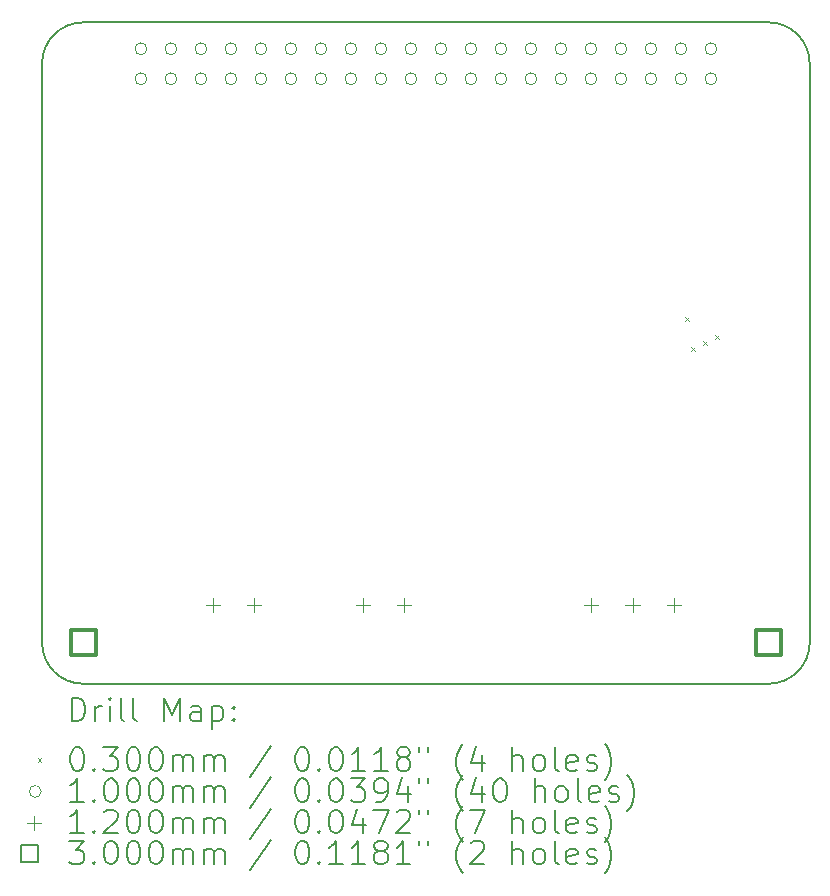
<source format=gbr>
%FSLAX45Y45*%
G04 Gerber Fmt 4.5, Leading zero omitted, Abs format (unit mm)*
G04 Created by KiCad (PCBNEW (6.0.2)) date 2022-07-05 13:03:24*
%MOMM*%
%LPD*%
G01*
G04 APERTURE LIST*
%TA.AperFunction,Profile*%
%ADD10C,0.150000*%
%TD*%
%ADD11C,0.200000*%
%ADD12C,0.030000*%
%ADD13C,0.100000*%
%ADD14C,0.120000*%
%ADD15C,0.300000*%
G04 APERTURE END LIST*
D10*
X11150000Y-5000000D02*
G75*
G03*
X10800000Y-4650000I-350000J0D01*
G01*
X5000000Y-4650000D02*
X10800000Y-4650000D01*
X5000000Y-10250000D02*
X10800000Y-10250000D01*
X11150000Y-5000000D02*
X11150000Y-9900000D01*
X10800000Y-10250000D02*
G75*
G03*
X11150000Y-9900000I0J350000D01*
G01*
X4650000Y-9900000D02*
G75*
G03*
X5000000Y-10250000I350000J0D01*
G01*
X5000000Y-4650000D02*
G75*
G03*
X4650000Y-5000000I0J-350000D01*
G01*
X4650000Y-5000000D02*
X4650000Y-9900000D01*
D11*
D12*
X10094200Y-7147800D02*
X10124200Y-7177800D01*
X10124200Y-7147800D02*
X10094200Y-7177800D01*
X10145000Y-7401800D02*
X10175000Y-7431800D01*
X10175000Y-7401800D02*
X10145000Y-7431800D01*
X10246600Y-7351000D02*
X10276600Y-7381000D01*
X10276600Y-7351000D02*
X10246600Y-7381000D01*
X10348200Y-7300200D02*
X10378200Y-7330200D01*
X10378200Y-7300200D02*
X10348200Y-7330200D01*
D13*
X5537000Y-4873000D02*
G75*
G03*
X5537000Y-4873000I-50000J0D01*
G01*
X5537000Y-5127000D02*
G75*
G03*
X5537000Y-5127000I-50000J0D01*
G01*
X5791000Y-4873000D02*
G75*
G03*
X5791000Y-4873000I-50000J0D01*
G01*
X5791000Y-5127000D02*
G75*
G03*
X5791000Y-5127000I-50000J0D01*
G01*
X6045000Y-4873000D02*
G75*
G03*
X6045000Y-4873000I-50000J0D01*
G01*
X6045000Y-5127000D02*
G75*
G03*
X6045000Y-5127000I-50000J0D01*
G01*
X6299000Y-4873000D02*
G75*
G03*
X6299000Y-4873000I-50000J0D01*
G01*
X6299000Y-5127000D02*
G75*
G03*
X6299000Y-5127000I-50000J0D01*
G01*
X6553000Y-4873000D02*
G75*
G03*
X6553000Y-4873000I-50000J0D01*
G01*
X6553000Y-5127000D02*
G75*
G03*
X6553000Y-5127000I-50000J0D01*
G01*
X6807000Y-4873000D02*
G75*
G03*
X6807000Y-4873000I-50000J0D01*
G01*
X6807000Y-5127000D02*
G75*
G03*
X6807000Y-5127000I-50000J0D01*
G01*
X7061000Y-4873000D02*
G75*
G03*
X7061000Y-4873000I-50000J0D01*
G01*
X7061000Y-5127000D02*
G75*
G03*
X7061000Y-5127000I-50000J0D01*
G01*
X7315000Y-4873000D02*
G75*
G03*
X7315000Y-4873000I-50000J0D01*
G01*
X7315000Y-5127000D02*
G75*
G03*
X7315000Y-5127000I-50000J0D01*
G01*
X7569000Y-4873000D02*
G75*
G03*
X7569000Y-4873000I-50000J0D01*
G01*
X7569000Y-5127000D02*
G75*
G03*
X7569000Y-5127000I-50000J0D01*
G01*
X7823000Y-4873000D02*
G75*
G03*
X7823000Y-4873000I-50000J0D01*
G01*
X7823000Y-5127000D02*
G75*
G03*
X7823000Y-5127000I-50000J0D01*
G01*
X8077000Y-4873000D02*
G75*
G03*
X8077000Y-4873000I-50000J0D01*
G01*
X8077000Y-5127000D02*
G75*
G03*
X8077000Y-5127000I-50000J0D01*
G01*
X8331000Y-4873000D02*
G75*
G03*
X8331000Y-4873000I-50000J0D01*
G01*
X8331000Y-5127000D02*
G75*
G03*
X8331000Y-5127000I-50000J0D01*
G01*
X8585000Y-4873000D02*
G75*
G03*
X8585000Y-4873000I-50000J0D01*
G01*
X8585000Y-5127000D02*
G75*
G03*
X8585000Y-5127000I-50000J0D01*
G01*
X8839000Y-4873000D02*
G75*
G03*
X8839000Y-4873000I-50000J0D01*
G01*
X8839000Y-5127000D02*
G75*
G03*
X8839000Y-5127000I-50000J0D01*
G01*
X9093000Y-4873000D02*
G75*
G03*
X9093000Y-4873000I-50000J0D01*
G01*
X9093000Y-5127000D02*
G75*
G03*
X9093000Y-5127000I-50000J0D01*
G01*
X9347000Y-4873000D02*
G75*
G03*
X9347000Y-4873000I-50000J0D01*
G01*
X9347000Y-5127000D02*
G75*
G03*
X9347000Y-5127000I-50000J0D01*
G01*
X9601000Y-4873000D02*
G75*
G03*
X9601000Y-4873000I-50000J0D01*
G01*
X9601000Y-5127000D02*
G75*
G03*
X9601000Y-5127000I-50000J0D01*
G01*
X9855000Y-4873000D02*
G75*
G03*
X9855000Y-4873000I-50000J0D01*
G01*
X9855000Y-5127000D02*
G75*
G03*
X9855000Y-5127000I-50000J0D01*
G01*
X10109000Y-4873000D02*
G75*
G03*
X10109000Y-4873000I-50000J0D01*
G01*
X10109000Y-5127000D02*
G75*
G03*
X10109000Y-5127000I-50000J0D01*
G01*
X10363000Y-4873000D02*
G75*
G03*
X10363000Y-4873000I-50000J0D01*
G01*
X10363000Y-5127000D02*
G75*
G03*
X10363000Y-5127000I-50000J0D01*
G01*
D14*
X6096000Y-9522000D02*
X6096000Y-9642000D01*
X6036000Y-9582000D02*
X6156000Y-9582000D01*
X6446000Y-9522000D02*
X6446000Y-9642000D01*
X6386000Y-9582000D02*
X6506000Y-9582000D01*
X7366000Y-9522000D02*
X7366000Y-9642000D01*
X7306000Y-9582000D02*
X7426000Y-9582000D01*
X7716000Y-9522000D02*
X7716000Y-9642000D01*
X7656000Y-9582000D02*
X7776000Y-9582000D01*
X9300000Y-9520000D02*
X9300000Y-9640000D01*
X9240000Y-9580000D02*
X9360000Y-9580000D01*
X9650000Y-9520000D02*
X9650000Y-9640000D01*
X9590000Y-9580000D02*
X9710000Y-9580000D01*
X10000000Y-9520000D02*
X10000000Y-9640000D01*
X9940000Y-9580000D02*
X10060000Y-9580000D01*
D15*
X5106067Y-10006067D02*
X5106067Y-9793933D01*
X4893933Y-9793933D01*
X4893933Y-10006067D01*
X5106067Y-10006067D01*
X10906067Y-10006067D02*
X10906067Y-9793933D01*
X10693933Y-9793933D01*
X10693933Y-10006067D01*
X10906067Y-10006067D01*
D11*
X4900119Y-10567976D02*
X4900119Y-10367976D01*
X4947738Y-10367976D01*
X4976310Y-10377500D01*
X4995357Y-10396548D01*
X5004881Y-10415595D01*
X5014405Y-10453690D01*
X5014405Y-10482262D01*
X5004881Y-10520357D01*
X4995357Y-10539405D01*
X4976310Y-10558452D01*
X4947738Y-10567976D01*
X4900119Y-10567976D01*
X5100119Y-10567976D02*
X5100119Y-10434643D01*
X5100119Y-10472738D02*
X5109643Y-10453690D01*
X5119167Y-10444167D01*
X5138214Y-10434643D01*
X5157262Y-10434643D01*
X5223929Y-10567976D02*
X5223929Y-10434643D01*
X5223929Y-10367976D02*
X5214405Y-10377500D01*
X5223929Y-10387024D01*
X5233452Y-10377500D01*
X5223929Y-10367976D01*
X5223929Y-10387024D01*
X5347738Y-10567976D02*
X5328690Y-10558452D01*
X5319167Y-10539405D01*
X5319167Y-10367976D01*
X5452500Y-10567976D02*
X5433452Y-10558452D01*
X5423929Y-10539405D01*
X5423929Y-10367976D01*
X5681071Y-10567976D02*
X5681071Y-10367976D01*
X5747738Y-10510833D01*
X5814405Y-10367976D01*
X5814405Y-10567976D01*
X5995357Y-10567976D02*
X5995357Y-10463214D01*
X5985833Y-10444167D01*
X5966786Y-10434643D01*
X5928690Y-10434643D01*
X5909643Y-10444167D01*
X5995357Y-10558452D02*
X5976309Y-10567976D01*
X5928690Y-10567976D01*
X5909643Y-10558452D01*
X5900119Y-10539405D01*
X5900119Y-10520357D01*
X5909643Y-10501310D01*
X5928690Y-10491786D01*
X5976309Y-10491786D01*
X5995357Y-10482262D01*
X6090595Y-10434643D02*
X6090595Y-10634643D01*
X6090595Y-10444167D02*
X6109643Y-10434643D01*
X6147738Y-10434643D01*
X6166786Y-10444167D01*
X6176309Y-10453690D01*
X6185833Y-10472738D01*
X6185833Y-10529881D01*
X6176309Y-10548929D01*
X6166786Y-10558452D01*
X6147738Y-10567976D01*
X6109643Y-10567976D01*
X6090595Y-10558452D01*
X6271548Y-10548929D02*
X6281071Y-10558452D01*
X6271548Y-10567976D01*
X6262024Y-10558452D01*
X6271548Y-10548929D01*
X6271548Y-10567976D01*
X6271548Y-10444167D02*
X6281071Y-10453690D01*
X6271548Y-10463214D01*
X6262024Y-10453690D01*
X6271548Y-10444167D01*
X6271548Y-10463214D01*
D12*
X4612500Y-10882500D02*
X4642500Y-10912500D01*
X4642500Y-10882500D02*
X4612500Y-10912500D01*
D11*
X4938214Y-10787976D02*
X4957262Y-10787976D01*
X4976310Y-10797500D01*
X4985833Y-10807024D01*
X4995357Y-10826071D01*
X5004881Y-10864167D01*
X5004881Y-10911786D01*
X4995357Y-10949881D01*
X4985833Y-10968929D01*
X4976310Y-10978452D01*
X4957262Y-10987976D01*
X4938214Y-10987976D01*
X4919167Y-10978452D01*
X4909643Y-10968929D01*
X4900119Y-10949881D01*
X4890595Y-10911786D01*
X4890595Y-10864167D01*
X4900119Y-10826071D01*
X4909643Y-10807024D01*
X4919167Y-10797500D01*
X4938214Y-10787976D01*
X5090595Y-10968929D02*
X5100119Y-10978452D01*
X5090595Y-10987976D01*
X5081071Y-10978452D01*
X5090595Y-10968929D01*
X5090595Y-10987976D01*
X5166786Y-10787976D02*
X5290595Y-10787976D01*
X5223929Y-10864167D01*
X5252500Y-10864167D01*
X5271548Y-10873690D01*
X5281071Y-10883214D01*
X5290595Y-10902262D01*
X5290595Y-10949881D01*
X5281071Y-10968929D01*
X5271548Y-10978452D01*
X5252500Y-10987976D01*
X5195357Y-10987976D01*
X5176310Y-10978452D01*
X5166786Y-10968929D01*
X5414405Y-10787976D02*
X5433452Y-10787976D01*
X5452500Y-10797500D01*
X5462024Y-10807024D01*
X5471548Y-10826071D01*
X5481071Y-10864167D01*
X5481071Y-10911786D01*
X5471548Y-10949881D01*
X5462024Y-10968929D01*
X5452500Y-10978452D01*
X5433452Y-10987976D01*
X5414405Y-10987976D01*
X5395357Y-10978452D01*
X5385833Y-10968929D01*
X5376310Y-10949881D01*
X5366786Y-10911786D01*
X5366786Y-10864167D01*
X5376310Y-10826071D01*
X5385833Y-10807024D01*
X5395357Y-10797500D01*
X5414405Y-10787976D01*
X5604881Y-10787976D02*
X5623928Y-10787976D01*
X5642976Y-10797500D01*
X5652500Y-10807024D01*
X5662024Y-10826071D01*
X5671548Y-10864167D01*
X5671548Y-10911786D01*
X5662024Y-10949881D01*
X5652500Y-10968929D01*
X5642976Y-10978452D01*
X5623928Y-10987976D01*
X5604881Y-10987976D01*
X5585833Y-10978452D01*
X5576310Y-10968929D01*
X5566786Y-10949881D01*
X5557262Y-10911786D01*
X5557262Y-10864167D01*
X5566786Y-10826071D01*
X5576310Y-10807024D01*
X5585833Y-10797500D01*
X5604881Y-10787976D01*
X5757262Y-10987976D02*
X5757262Y-10854643D01*
X5757262Y-10873690D02*
X5766786Y-10864167D01*
X5785833Y-10854643D01*
X5814405Y-10854643D01*
X5833452Y-10864167D01*
X5842976Y-10883214D01*
X5842976Y-10987976D01*
X5842976Y-10883214D02*
X5852500Y-10864167D01*
X5871548Y-10854643D01*
X5900119Y-10854643D01*
X5919167Y-10864167D01*
X5928690Y-10883214D01*
X5928690Y-10987976D01*
X6023928Y-10987976D02*
X6023928Y-10854643D01*
X6023928Y-10873690D02*
X6033452Y-10864167D01*
X6052500Y-10854643D01*
X6081071Y-10854643D01*
X6100119Y-10864167D01*
X6109643Y-10883214D01*
X6109643Y-10987976D01*
X6109643Y-10883214D02*
X6119167Y-10864167D01*
X6138214Y-10854643D01*
X6166786Y-10854643D01*
X6185833Y-10864167D01*
X6195357Y-10883214D01*
X6195357Y-10987976D01*
X6585833Y-10778452D02*
X6414405Y-11035595D01*
X6842976Y-10787976D02*
X6862024Y-10787976D01*
X6881071Y-10797500D01*
X6890595Y-10807024D01*
X6900119Y-10826071D01*
X6909643Y-10864167D01*
X6909643Y-10911786D01*
X6900119Y-10949881D01*
X6890595Y-10968929D01*
X6881071Y-10978452D01*
X6862024Y-10987976D01*
X6842976Y-10987976D01*
X6823928Y-10978452D01*
X6814405Y-10968929D01*
X6804881Y-10949881D01*
X6795357Y-10911786D01*
X6795357Y-10864167D01*
X6804881Y-10826071D01*
X6814405Y-10807024D01*
X6823928Y-10797500D01*
X6842976Y-10787976D01*
X6995357Y-10968929D02*
X7004881Y-10978452D01*
X6995357Y-10987976D01*
X6985833Y-10978452D01*
X6995357Y-10968929D01*
X6995357Y-10987976D01*
X7128690Y-10787976D02*
X7147738Y-10787976D01*
X7166786Y-10797500D01*
X7176309Y-10807024D01*
X7185833Y-10826071D01*
X7195357Y-10864167D01*
X7195357Y-10911786D01*
X7185833Y-10949881D01*
X7176309Y-10968929D01*
X7166786Y-10978452D01*
X7147738Y-10987976D01*
X7128690Y-10987976D01*
X7109643Y-10978452D01*
X7100119Y-10968929D01*
X7090595Y-10949881D01*
X7081071Y-10911786D01*
X7081071Y-10864167D01*
X7090595Y-10826071D01*
X7100119Y-10807024D01*
X7109643Y-10797500D01*
X7128690Y-10787976D01*
X7385833Y-10987976D02*
X7271548Y-10987976D01*
X7328690Y-10987976D02*
X7328690Y-10787976D01*
X7309643Y-10816548D01*
X7290595Y-10835595D01*
X7271548Y-10845119D01*
X7576309Y-10987976D02*
X7462024Y-10987976D01*
X7519167Y-10987976D02*
X7519167Y-10787976D01*
X7500119Y-10816548D01*
X7481071Y-10835595D01*
X7462024Y-10845119D01*
X7690595Y-10873690D02*
X7671548Y-10864167D01*
X7662024Y-10854643D01*
X7652500Y-10835595D01*
X7652500Y-10826071D01*
X7662024Y-10807024D01*
X7671548Y-10797500D01*
X7690595Y-10787976D01*
X7728690Y-10787976D01*
X7747738Y-10797500D01*
X7757262Y-10807024D01*
X7766786Y-10826071D01*
X7766786Y-10835595D01*
X7757262Y-10854643D01*
X7747738Y-10864167D01*
X7728690Y-10873690D01*
X7690595Y-10873690D01*
X7671548Y-10883214D01*
X7662024Y-10892738D01*
X7652500Y-10911786D01*
X7652500Y-10949881D01*
X7662024Y-10968929D01*
X7671548Y-10978452D01*
X7690595Y-10987976D01*
X7728690Y-10987976D01*
X7747738Y-10978452D01*
X7757262Y-10968929D01*
X7766786Y-10949881D01*
X7766786Y-10911786D01*
X7757262Y-10892738D01*
X7747738Y-10883214D01*
X7728690Y-10873690D01*
X7842976Y-10787976D02*
X7842976Y-10826071D01*
X7919167Y-10787976D02*
X7919167Y-10826071D01*
X8214405Y-11064167D02*
X8204881Y-11054643D01*
X8185833Y-11026071D01*
X8176309Y-11007024D01*
X8166786Y-10978452D01*
X8157262Y-10930833D01*
X8157262Y-10892738D01*
X8166786Y-10845119D01*
X8176309Y-10816548D01*
X8185833Y-10797500D01*
X8204881Y-10768929D01*
X8214405Y-10759405D01*
X8376309Y-10854643D02*
X8376309Y-10987976D01*
X8328690Y-10778452D02*
X8281071Y-10921310D01*
X8404881Y-10921310D01*
X8633452Y-10987976D02*
X8633452Y-10787976D01*
X8719167Y-10987976D02*
X8719167Y-10883214D01*
X8709643Y-10864167D01*
X8690595Y-10854643D01*
X8662024Y-10854643D01*
X8642976Y-10864167D01*
X8633452Y-10873690D01*
X8842976Y-10987976D02*
X8823929Y-10978452D01*
X8814405Y-10968929D01*
X8804881Y-10949881D01*
X8804881Y-10892738D01*
X8814405Y-10873690D01*
X8823929Y-10864167D01*
X8842976Y-10854643D01*
X8871548Y-10854643D01*
X8890595Y-10864167D01*
X8900119Y-10873690D01*
X8909643Y-10892738D01*
X8909643Y-10949881D01*
X8900119Y-10968929D01*
X8890595Y-10978452D01*
X8871548Y-10987976D01*
X8842976Y-10987976D01*
X9023929Y-10987976D02*
X9004881Y-10978452D01*
X8995357Y-10959405D01*
X8995357Y-10787976D01*
X9176310Y-10978452D02*
X9157262Y-10987976D01*
X9119167Y-10987976D01*
X9100119Y-10978452D01*
X9090595Y-10959405D01*
X9090595Y-10883214D01*
X9100119Y-10864167D01*
X9119167Y-10854643D01*
X9157262Y-10854643D01*
X9176310Y-10864167D01*
X9185833Y-10883214D01*
X9185833Y-10902262D01*
X9090595Y-10921310D01*
X9262024Y-10978452D02*
X9281071Y-10987976D01*
X9319167Y-10987976D01*
X9338214Y-10978452D01*
X9347738Y-10959405D01*
X9347738Y-10949881D01*
X9338214Y-10930833D01*
X9319167Y-10921310D01*
X9290595Y-10921310D01*
X9271548Y-10911786D01*
X9262024Y-10892738D01*
X9262024Y-10883214D01*
X9271548Y-10864167D01*
X9290595Y-10854643D01*
X9319167Y-10854643D01*
X9338214Y-10864167D01*
X9414405Y-11064167D02*
X9423929Y-11054643D01*
X9442976Y-11026071D01*
X9452500Y-11007024D01*
X9462024Y-10978452D01*
X9471548Y-10930833D01*
X9471548Y-10892738D01*
X9462024Y-10845119D01*
X9452500Y-10816548D01*
X9442976Y-10797500D01*
X9423929Y-10768929D01*
X9414405Y-10759405D01*
D13*
X4642500Y-11161500D02*
G75*
G03*
X4642500Y-11161500I-50000J0D01*
G01*
D11*
X5004881Y-11251976D02*
X4890595Y-11251976D01*
X4947738Y-11251976D02*
X4947738Y-11051976D01*
X4928690Y-11080548D01*
X4909643Y-11099595D01*
X4890595Y-11109119D01*
X5090595Y-11232928D02*
X5100119Y-11242452D01*
X5090595Y-11251976D01*
X5081071Y-11242452D01*
X5090595Y-11232928D01*
X5090595Y-11251976D01*
X5223929Y-11051976D02*
X5242976Y-11051976D01*
X5262024Y-11061500D01*
X5271548Y-11071024D01*
X5281071Y-11090071D01*
X5290595Y-11128167D01*
X5290595Y-11175786D01*
X5281071Y-11213881D01*
X5271548Y-11232928D01*
X5262024Y-11242452D01*
X5242976Y-11251976D01*
X5223929Y-11251976D01*
X5204881Y-11242452D01*
X5195357Y-11232928D01*
X5185833Y-11213881D01*
X5176310Y-11175786D01*
X5176310Y-11128167D01*
X5185833Y-11090071D01*
X5195357Y-11071024D01*
X5204881Y-11061500D01*
X5223929Y-11051976D01*
X5414405Y-11051976D02*
X5433452Y-11051976D01*
X5452500Y-11061500D01*
X5462024Y-11071024D01*
X5471548Y-11090071D01*
X5481071Y-11128167D01*
X5481071Y-11175786D01*
X5471548Y-11213881D01*
X5462024Y-11232928D01*
X5452500Y-11242452D01*
X5433452Y-11251976D01*
X5414405Y-11251976D01*
X5395357Y-11242452D01*
X5385833Y-11232928D01*
X5376310Y-11213881D01*
X5366786Y-11175786D01*
X5366786Y-11128167D01*
X5376310Y-11090071D01*
X5385833Y-11071024D01*
X5395357Y-11061500D01*
X5414405Y-11051976D01*
X5604881Y-11051976D02*
X5623928Y-11051976D01*
X5642976Y-11061500D01*
X5652500Y-11071024D01*
X5662024Y-11090071D01*
X5671548Y-11128167D01*
X5671548Y-11175786D01*
X5662024Y-11213881D01*
X5652500Y-11232928D01*
X5642976Y-11242452D01*
X5623928Y-11251976D01*
X5604881Y-11251976D01*
X5585833Y-11242452D01*
X5576310Y-11232928D01*
X5566786Y-11213881D01*
X5557262Y-11175786D01*
X5557262Y-11128167D01*
X5566786Y-11090071D01*
X5576310Y-11071024D01*
X5585833Y-11061500D01*
X5604881Y-11051976D01*
X5757262Y-11251976D02*
X5757262Y-11118643D01*
X5757262Y-11137690D02*
X5766786Y-11128167D01*
X5785833Y-11118643D01*
X5814405Y-11118643D01*
X5833452Y-11128167D01*
X5842976Y-11147214D01*
X5842976Y-11251976D01*
X5842976Y-11147214D02*
X5852500Y-11128167D01*
X5871548Y-11118643D01*
X5900119Y-11118643D01*
X5919167Y-11128167D01*
X5928690Y-11147214D01*
X5928690Y-11251976D01*
X6023928Y-11251976D02*
X6023928Y-11118643D01*
X6023928Y-11137690D02*
X6033452Y-11128167D01*
X6052500Y-11118643D01*
X6081071Y-11118643D01*
X6100119Y-11128167D01*
X6109643Y-11147214D01*
X6109643Y-11251976D01*
X6109643Y-11147214D02*
X6119167Y-11128167D01*
X6138214Y-11118643D01*
X6166786Y-11118643D01*
X6185833Y-11128167D01*
X6195357Y-11147214D01*
X6195357Y-11251976D01*
X6585833Y-11042452D02*
X6414405Y-11299595D01*
X6842976Y-11051976D02*
X6862024Y-11051976D01*
X6881071Y-11061500D01*
X6890595Y-11071024D01*
X6900119Y-11090071D01*
X6909643Y-11128167D01*
X6909643Y-11175786D01*
X6900119Y-11213881D01*
X6890595Y-11232928D01*
X6881071Y-11242452D01*
X6862024Y-11251976D01*
X6842976Y-11251976D01*
X6823928Y-11242452D01*
X6814405Y-11232928D01*
X6804881Y-11213881D01*
X6795357Y-11175786D01*
X6795357Y-11128167D01*
X6804881Y-11090071D01*
X6814405Y-11071024D01*
X6823928Y-11061500D01*
X6842976Y-11051976D01*
X6995357Y-11232928D02*
X7004881Y-11242452D01*
X6995357Y-11251976D01*
X6985833Y-11242452D01*
X6995357Y-11232928D01*
X6995357Y-11251976D01*
X7128690Y-11051976D02*
X7147738Y-11051976D01*
X7166786Y-11061500D01*
X7176309Y-11071024D01*
X7185833Y-11090071D01*
X7195357Y-11128167D01*
X7195357Y-11175786D01*
X7185833Y-11213881D01*
X7176309Y-11232928D01*
X7166786Y-11242452D01*
X7147738Y-11251976D01*
X7128690Y-11251976D01*
X7109643Y-11242452D01*
X7100119Y-11232928D01*
X7090595Y-11213881D01*
X7081071Y-11175786D01*
X7081071Y-11128167D01*
X7090595Y-11090071D01*
X7100119Y-11071024D01*
X7109643Y-11061500D01*
X7128690Y-11051976D01*
X7262024Y-11051976D02*
X7385833Y-11051976D01*
X7319167Y-11128167D01*
X7347738Y-11128167D01*
X7366786Y-11137690D01*
X7376309Y-11147214D01*
X7385833Y-11166262D01*
X7385833Y-11213881D01*
X7376309Y-11232928D01*
X7366786Y-11242452D01*
X7347738Y-11251976D01*
X7290595Y-11251976D01*
X7271548Y-11242452D01*
X7262024Y-11232928D01*
X7481071Y-11251976D02*
X7519167Y-11251976D01*
X7538214Y-11242452D01*
X7547738Y-11232928D01*
X7566786Y-11204357D01*
X7576309Y-11166262D01*
X7576309Y-11090071D01*
X7566786Y-11071024D01*
X7557262Y-11061500D01*
X7538214Y-11051976D01*
X7500119Y-11051976D01*
X7481071Y-11061500D01*
X7471548Y-11071024D01*
X7462024Y-11090071D01*
X7462024Y-11137690D01*
X7471548Y-11156738D01*
X7481071Y-11166262D01*
X7500119Y-11175786D01*
X7538214Y-11175786D01*
X7557262Y-11166262D01*
X7566786Y-11156738D01*
X7576309Y-11137690D01*
X7747738Y-11118643D02*
X7747738Y-11251976D01*
X7700119Y-11042452D02*
X7652500Y-11185309D01*
X7776309Y-11185309D01*
X7842976Y-11051976D02*
X7842976Y-11090071D01*
X7919167Y-11051976D02*
X7919167Y-11090071D01*
X8214405Y-11328167D02*
X8204881Y-11318643D01*
X8185833Y-11290071D01*
X8176309Y-11271024D01*
X8166786Y-11242452D01*
X8157262Y-11194833D01*
X8157262Y-11156738D01*
X8166786Y-11109119D01*
X8176309Y-11080548D01*
X8185833Y-11061500D01*
X8204881Y-11032929D01*
X8214405Y-11023405D01*
X8376309Y-11118643D02*
X8376309Y-11251976D01*
X8328690Y-11042452D02*
X8281071Y-11185309D01*
X8404881Y-11185309D01*
X8519167Y-11051976D02*
X8538214Y-11051976D01*
X8557262Y-11061500D01*
X8566786Y-11071024D01*
X8576310Y-11090071D01*
X8585833Y-11128167D01*
X8585833Y-11175786D01*
X8576310Y-11213881D01*
X8566786Y-11232928D01*
X8557262Y-11242452D01*
X8538214Y-11251976D01*
X8519167Y-11251976D01*
X8500119Y-11242452D01*
X8490595Y-11232928D01*
X8481071Y-11213881D01*
X8471548Y-11175786D01*
X8471548Y-11128167D01*
X8481071Y-11090071D01*
X8490595Y-11071024D01*
X8500119Y-11061500D01*
X8519167Y-11051976D01*
X8823929Y-11251976D02*
X8823929Y-11051976D01*
X8909643Y-11251976D02*
X8909643Y-11147214D01*
X8900119Y-11128167D01*
X8881071Y-11118643D01*
X8852500Y-11118643D01*
X8833452Y-11128167D01*
X8823929Y-11137690D01*
X9033452Y-11251976D02*
X9014405Y-11242452D01*
X9004881Y-11232928D01*
X8995357Y-11213881D01*
X8995357Y-11156738D01*
X9004881Y-11137690D01*
X9014405Y-11128167D01*
X9033452Y-11118643D01*
X9062024Y-11118643D01*
X9081071Y-11128167D01*
X9090595Y-11137690D01*
X9100119Y-11156738D01*
X9100119Y-11213881D01*
X9090595Y-11232928D01*
X9081071Y-11242452D01*
X9062024Y-11251976D01*
X9033452Y-11251976D01*
X9214405Y-11251976D02*
X9195357Y-11242452D01*
X9185833Y-11223405D01*
X9185833Y-11051976D01*
X9366786Y-11242452D02*
X9347738Y-11251976D01*
X9309643Y-11251976D01*
X9290595Y-11242452D01*
X9281071Y-11223405D01*
X9281071Y-11147214D01*
X9290595Y-11128167D01*
X9309643Y-11118643D01*
X9347738Y-11118643D01*
X9366786Y-11128167D01*
X9376310Y-11147214D01*
X9376310Y-11166262D01*
X9281071Y-11185309D01*
X9452500Y-11242452D02*
X9471548Y-11251976D01*
X9509643Y-11251976D01*
X9528690Y-11242452D01*
X9538214Y-11223405D01*
X9538214Y-11213881D01*
X9528690Y-11194833D01*
X9509643Y-11185309D01*
X9481071Y-11185309D01*
X9462024Y-11175786D01*
X9452500Y-11156738D01*
X9452500Y-11147214D01*
X9462024Y-11128167D01*
X9481071Y-11118643D01*
X9509643Y-11118643D01*
X9528690Y-11128167D01*
X9604881Y-11328167D02*
X9614405Y-11318643D01*
X9633452Y-11290071D01*
X9642976Y-11271024D01*
X9652500Y-11242452D01*
X9662024Y-11194833D01*
X9662024Y-11156738D01*
X9652500Y-11109119D01*
X9642976Y-11080548D01*
X9633452Y-11061500D01*
X9614405Y-11032929D01*
X9604881Y-11023405D01*
D14*
X4582500Y-11365500D02*
X4582500Y-11485500D01*
X4522500Y-11425500D02*
X4642500Y-11425500D01*
D11*
X5004881Y-11515976D02*
X4890595Y-11515976D01*
X4947738Y-11515976D02*
X4947738Y-11315976D01*
X4928690Y-11344548D01*
X4909643Y-11363595D01*
X4890595Y-11373119D01*
X5090595Y-11496928D02*
X5100119Y-11506452D01*
X5090595Y-11515976D01*
X5081071Y-11506452D01*
X5090595Y-11496928D01*
X5090595Y-11515976D01*
X5176310Y-11335024D02*
X5185833Y-11325500D01*
X5204881Y-11315976D01*
X5252500Y-11315976D01*
X5271548Y-11325500D01*
X5281071Y-11335024D01*
X5290595Y-11354071D01*
X5290595Y-11373119D01*
X5281071Y-11401690D01*
X5166786Y-11515976D01*
X5290595Y-11515976D01*
X5414405Y-11315976D02*
X5433452Y-11315976D01*
X5452500Y-11325500D01*
X5462024Y-11335024D01*
X5471548Y-11354071D01*
X5481071Y-11392167D01*
X5481071Y-11439786D01*
X5471548Y-11477881D01*
X5462024Y-11496928D01*
X5452500Y-11506452D01*
X5433452Y-11515976D01*
X5414405Y-11515976D01*
X5395357Y-11506452D01*
X5385833Y-11496928D01*
X5376310Y-11477881D01*
X5366786Y-11439786D01*
X5366786Y-11392167D01*
X5376310Y-11354071D01*
X5385833Y-11335024D01*
X5395357Y-11325500D01*
X5414405Y-11315976D01*
X5604881Y-11315976D02*
X5623928Y-11315976D01*
X5642976Y-11325500D01*
X5652500Y-11335024D01*
X5662024Y-11354071D01*
X5671548Y-11392167D01*
X5671548Y-11439786D01*
X5662024Y-11477881D01*
X5652500Y-11496928D01*
X5642976Y-11506452D01*
X5623928Y-11515976D01*
X5604881Y-11515976D01*
X5585833Y-11506452D01*
X5576310Y-11496928D01*
X5566786Y-11477881D01*
X5557262Y-11439786D01*
X5557262Y-11392167D01*
X5566786Y-11354071D01*
X5576310Y-11335024D01*
X5585833Y-11325500D01*
X5604881Y-11315976D01*
X5757262Y-11515976D02*
X5757262Y-11382643D01*
X5757262Y-11401690D02*
X5766786Y-11392167D01*
X5785833Y-11382643D01*
X5814405Y-11382643D01*
X5833452Y-11392167D01*
X5842976Y-11411214D01*
X5842976Y-11515976D01*
X5842976Y-11411214D02*
X5852500Y-11392167D01*
X5871548Y-11382643D01*
X5900119Y-11382643D01*
X5919167Y-11392167D01*
X5928690Y-11411214D01*
X5928690Y-11515976D01*
X6023928Y-11515976D02*
X6023928Y-11382643D01*
X6023928Y-11401690D02*
X6033452Y-11392167D01*
X6052500Y-11382643D01*
X6081071Y-11382643D01*
X6100119Y-11392167D01*
X6109643Y-11411214D01*
X6109643Y-11515976D01*
X6109643Y-11411214D02*
X6119167Y-11392167D01*
X6138214Y-11382643D01*
X6166786Y-11382643D01*
X6185833Y-11392167D01*
X6195357Y-11411214D01*
X6195357Y-11515976D01*
X6585833Y-11306452D02*
X6414405Y-11563595D01*
X6842976Y-11315976D02*
X6862024Y-11315976D01*
X6881071Y-11325500D01*
X6890595Y-11335024D01*
X6900119Y-11354071D01*
X6909643Y-11392167D01*
X6909643Y-11439786D01*
X6900119Y-11477881D01*
X6890595Y-11496928D01*
X6881071Y-11506452D01*
X6862024Y-11515976D01*
X6842976Y-11515976D01*
X6823928Y-11506452D01*
X6814405Y-11496928D01*
X6804881Y-11477881D01*
X6795357Y-11439786D01*
X6795357Y-11392167D01*
X6804881Y-11354071D01*
X6814405Y-11335024D01*
X6823928Y-11325500D01*
X6842976Y-11315976D01*
X6995357Y-11496928D02*
X7004881Y-11506452D01*
X6995357Y-11515976D01*
X6985833Y-11506452D01*
X6995357Y-11496928D01*
X6995357Y-11515976D01*
X7128690Y-11315976D02*
X7147738Y-11315976D01*
X7166786Y-11325500D01*
X7176309Y-11335024D01*
X7185833Y-11354071D01*
X7195357Y-11392167D01*
X7195357Y-11439786D01*
X7185833Y-11477881D01*
X7176309Y-11496928D01*
X7166786Y-11506452D01*
X7147738Y-11515976D01*
X7128690Y-11515976D01*
X7109643Y-11506452D01*
X7100119Y-11496928D01*
X7090595Y-11477881D01*
X7081071Y-11439786D01*
X7081071Y-11392167D01*
X7090595Y-11354071D01*
X7100119Y-11335024D01*
X7109643Y-11325500D01*
X7128690Y-11315976D01*
X7366786Y-11382643D02*
X7366786Y-11515976D01*
X7319167Y-11306452D02*
X7271548Y-11449309D01*
X7395357Y-11449309D01*
X7452500Y-11315976D02*
X7585833Y-11315976D01*
X7500119Y-11515976D01*
X7652500Y-11335024D02*
X7662024Y-11325500D01*
X7681071Y-11315976D01*
X7728690Y-11315976D01*
X7747738Y-11325500D01*
X7757262Y-11335024D01*
X7766786Y-11354071D01*
X7766786Y-11373119D01*
X7757262Y-11401690D01*
X7642976Y-11515976D01*
X7766786Y-11515976D01*
X7842976Y-11315976D02*
X7842976Y-11354071D01*
X7919167Y-11315976D02*
X7919167Y-11354071D01*
X8214405Y-11592167D02*
X8204881Y-11582643D01*
X8185833Y-11554071D01*
X8176309Y-11535024D01*
X8166786Y-11506452D01*
X8157262Y-11458833D01*
X8157262Y-11420738D01*
X8166786Y-11373119D01*
X8176309Y-11344548D01*
X8185833Y-11325500D01*
X8204881Y-11296928D01*
X8214405Y-11287405D01*
X8271548Y-11315976D02*
X8404881Y-11315976D01*
X8319167Y-11515976D01*
X8633452Y-11515976D02*
X8633452Y-11315976D01*
X8719167Y-11515976D02*
X8719167Y-11411214D01*
X8709643Y-11392167D01*
X8690595Y-11382643D01*
X8662024Y-11382643D01*
X8642976Y-11392167D01*
X8633452Y-11401690D01*
X8842976Y-11515976D02*
X8823929Y-11506452D01*
X8814405Y-11496928D01*
X8804881Y-11477881D01*
X8804881Y-11420738D01*
X8814405Y-11401690D01*
X8823929Y-11392167D01*
X8842976Y-11382643D01*
X8871548Y-11382643D01*
X8890595Y-11392167D01*
X8900119Y-11401690D01*
X8909643Y-11420738D01*
X8909643Y-11477881D01*
X8900119Y-11496928D01*
X8890595Y-11506452D01*
X8871548Y-11515976D01*
X8842976Y-11515976D01*
X9023929Y-11515976D02*
X9004881Y-11506452D01*
X8995357Y-11487405D01*
X8995357Y-11315976D01*
X9176310Y-11506452D02*
X9157262Y-11515976D01*
X9119167Y-11515976D01*
X9100119Y-11506452D01*
X9090595Y-11487405D01*
X9090595Y-11411214D01*
X9100119Y-11392167D01*
X9119167Y-11382643D01*
X9157262Y-11382643D01*
X9176310Y-11392167D01*
X9185833Y-11411214D01*
X9185833Y-11430262D01*
X9090595Y-11449309D01*
X9262024Y-11506452D02*
X9281071Y-11515976D01*
X9319167Y-11515976D01*
X9338214Y-11506452D01*
X9347738Y-11487405D01*
X9347738Y-11477881D01*
X9338214Y-11458833D01*
X9319167Y-11449309D01*
X9290595Y-11449309D01*
X9271548Y-11439786D01*
X9262024Y-11420738D01*
X9262024Y-11411214D01*
X9271548Y-11392167D01*
X9290595Y-11382643D01*
X9319167Y-11382643D01*
X9338214Y-11392167D01*
X9414405Y-11592167D02*
X9423929Y-11582643D01*
X9442976Y-11554071D01*
X9452500Y-11535024D01*
X9462024Y-11506452D01*
X9471548Y-11458833D01*
X9471548Y-11420738D01*
X9462024Y-11373119D01*
X9452500Y-11344548D01*
X9442976Y-11325500D01*
X9423929Y-11296928D01*
X9414405Y-11287405D01*
X4613211Y-11760211D02*
X4613211Y-11618789D01*
X4471789Y-11618789D01*
X4471789Y-11760211D01*
X4613211Y-11760211D01*
X4881071Y-11579976D02*
X5004881Y-11579976D01*
X4938214Y-11656167D01*
X4966786Y-11656167D01*
X4985833Y-11665690D01*
X4995357Y-11675214D01*
X5004881Y-11694262D01*
X5004881Y-11741881D01*
X4995357Y-11760928D01*
X4985833Y-11770452D01*
X4966786Y-11779976D01*
X4909643Y-11779976D01*
X4890595Y-11770452D01*
X4881071Y-11760928D01*
X5090595Y-11760928D02*
X5100119Y-11770452D01*
X5090595Y-11779976D01*
X5081071Y-11770452D01*
X5090595Y-11760928D01*
X5090595Y-11779976D01*
X5223929Y-11579976D02*
X5242976Y-11579976D01*
X5262024Y-11589500D01*
X5271548Y-11599024D01*
X5281071Y-11618071D01*
X5290595Y-11656167D01*
X5290595Y-11703786D01*
X5281071Y-11741881D01*
X5271548Y-11760928D01*
X5262024Y-11770452D01*
X5242976Y-11779976D01*
X5223929Y-11779976D01*
X5204881Y-11770452D01*
X5195357Y-11760928D01*
X5185833Y-11741881D01*
X5176310Y-11703786D01*
X5176310Y-11656167D01*
X5185833Y-11618071D01*
X5195357Y-11599024D01*
X5204881Y-11589500D01*
X5223929Y-11579976D01*
X5414405Y-11579976D02*
X5433452Y-11579976D01*
X5452500Y-11589500D01*
X5462024Y-11599024D01*
X5471548Y-11618071D01*
X5481071Y-11656167D01*
X5481071Y-11703786D01*
X5471548Y-11741881D01*
X5462024Y-11760928D01*
X5452500Y-11770452D01*
X5433452Y-11779976D01*
X5414405Y-11779976D01*
X5395357Y-11770452D01*
X5385833Y-11760928D01*
X5376310Y-11741881D01*
X5366786Y-11703786D01*
X5366786Y-11656167D01*
X5376310Y-11618071D01*
X5385833Y-11599024D01*
X5395357Y-11589500D01*
X5414405Y-11579976D01*
X5604881Y-11579976D02*
X5623928Y-11579976D01*
X5642976Y-11589500D01*
X5652500Y-11599024D01*
X5662024Y-11618071D01*
X5671548Y-11656167D01*
X5671548Y-11703786D01*
X5662024Y-11741881D01*
X5652500Y-11760928D01*
X5642976Y-11770452D01*
X5623928Y-11779976D01*
X5604881Y-11779976D01*
X5585833Y-11770452D01*
X5576310Y-11760928D01*
X5566786Y-11741881D01*
X5557262Y-11703786D01*
X5557262Y-11656167D01*
X5566786Y-11618071D01*
X5576310Y-11599024D01*
X5585833Y-11589500D01*
X5604881Y-11579976D01*
X5757262Y-11779976D02*
X5757262Y-11646643D01*
X5757262Y-11665690D02*
X5766786Y-11656167D01*
X5785833Y-11646643D01*
X5814405Y-11646643D01*
X5833452Y-11656167D01*
X5842976Y-11675214D01*
X5842976Y-11779976D01*
X5842976Y-11675214D02*
X5852500Y-11656167D01*
X5871548Y-11646643D01*
X5900119Y-11646643D01*
X5919167Y-11656167D01*
X5928690Y-11675214D01*
X5928690Y-11779976D01*
X6023928Y-11779976D02*
X6023928Y-11646643D01*
X6023928Y-11665690D02*
X6033452Y-11656167D01*
X6052500Y-11646643D01*
X6081071Y-11646643D01*
X6100119Y-11656167D01*
X6109643Y-11675214D01*
X6109643Y-11779976D01*
X6109643Y-11675214D02*
X6119167Y-11656167D01*
X6138214Y-11646643D01*
X6166786Y-11646643D01*
X6185833Y-11656167D01*
X6195357Y-11675214D01*
X6195357Y-11779976D01*
X6585833Y-11570452D02*
X6414405Y-11827595D01*
X6842976Y-11579976D02*
X6862024Y-11579976D01*
X6881071Y-11589500D01*
X6890595Y-11599024D01*
X6900119Y-11618071D01*
X6909643Y-11656167D01*
X6909643Y-11703786D01*
X6900119Y-11741881D01*
X6890595Y-11760928D01*
X6881071Y-11770452D01*
X6862024Y-11779976D01*
X6842976Y-11779976D01*
X6823928Y-11770452D01*
X6814405Y-11760928D01*
X6804881Y-11741881D01*
X6795357Y-11703786D01*
X6795357Y-11656167D01*
X6804881Y-11618071D01*
X6814405Y-11599024D01*
X6823928Y-11589500D01*
X6842976Y-11579976D01*
X6995357Y-11760928D02*
X7004881Y-11770452D01*
X6995357Y-11779976D01*
X6985833Y-11770452D01*
X6995357Y-11760928D01*
X6995357Y-11779976D01*
X7195357Y-11779976D02*
X7081071Y-11779976D01*
X7138214Y-11779976D02*
X7138214Y-11579976D01*
X7119167Y-11608548D01*
X7100119Y-11627595D01*
X7081071Y-11637119D01*
X7385833Y-11779976D02*
X7271548Y-11779976D01*
X7328690Y-11779976D02*
X7328690Y-11579976D01*
X7309643Y-11608548D01*
X7290595Y-11627595D01*
X7271548Y-11637119D01*
X7500119Y-11665690D02*
X7481071Y-11656167D01*
X7471548Y-11646643D01*
X7462024Y-11627595D01*
X7462024Y-11618071D01*
X7471548Y-11599024D01*
X7481071Y-11589500D01*
X7500119Y-11579976D01*
X7538214Y-11579976D01*
X7557262Y-11589500D01*
X7566786Y-11599024D01*
X7576309Y-11618071D01*
X7576309Y-11627595D01*
X7566786Y-11646643D01*
X7557262Y-11656167D01*
X7538214Y-11665690D01*
X7500119Y-11665690D01*
X7481071Y-11675214D01*
X7471548Y-11684738D01*
X7462024Y-11703786D01*
X7462024Y-11741881D01*
X7471548Y-11760928D01*
X7481071Y-11770452D01*
X7500119Y-11779976D01*
X7538214Y-11779976D01*
X7557262Y-11770452D01*
X7566786Y-11760928D01*
X7576309Y-11741881D01*
X7576309Y-11703786D01*
X7566786Y-11684738D01*
X7557262Y-11675214D01*
X7538214Y-11665690D01*
X7766786Y-11779976D02*
X7652500Y-11779976D01*
X7709643Y-11779976D02*
X7709643Y-11579976D01*
X7690595Y-11608548D01*
X7671548Y-11627595D01*
X7652500Y-11637119D01*
X7842976Y-11579976D02*
X7842976Y-11618071D01*
X7919167Y-11579976D02*
X7919167Y-11618071D01*
X8214405Y-11856167D02*
X8204881Y-11846643D01*
X8185833Y-11818071D01*
X8176309Y-11799024D01*
X8166786Y-11770452D01*
X8157262Y-11722833D01*
X8157262Y-11684738D01*
X8166786Y-11637119D01*
X8176309Y-11608548D01*
X8185833Y-11589500D01*
X8204881Y-11560928D01*
X8214405Y-11551405D01*
X8281071Y-11599024D02*
X8290595Y-11589500D01*
X8309643Y-11579976D01*
X8357262Y-11579976D01*
X8376309Y-11589500D01*
X8385833Y-11599024D01*
X8395357Y-11618071D01*
X8395357Y-11637119D01*
X8385833Y-11665690D01*
X8271548Y-11779976D01*
X8395357Y-11779976D01*
X8633452Y-11779976D02*
X8633452Y-11579976D01*
X8719167Y-11779976D02*
X8719167Y-11675214D01*
X8709643Y-11656167D01*
X8690595Y-11646643D01*
X8662024Y-11646643D01*
X8642976Y-11656167D01*
X8633452Y-11665690D01*
X8842976Y-11779976D02*
X8823929Y-11770452D01*
X8814405Y-11760928D01*
X8804881Y-11741881D01*
X8804881Y-11684738D01*
X8814405Y-11665690D01*
X8823929Y-11656167D01*
X8842976Y-11646643D01*
X8871548Y-11646643D01*
X8890595Y-11656167D01*
X8900119Y-11665690D01*
X8909643Y-11684738D01*
X8909643Y-11741881D01*
X8900119Y-11760928D01*
X8890595Y-11770452D01*
X8871548Y-11779976D01*
X8842976Y-11779976D01*
X9023929Y-11779976D02*
X9004881Y-11770452D01*
X8995357Y-11751405D01*
X8995357Y-11579976D01*
X9176310Y-11770452D02*
X9157262Y-11779976D01*
X9119167Y-11779976D01*
X9100119Y-11770452D01*
X9090595Y-11751405D01*
X9090595Y-11675214D01*
X9100119Y-11656167D01*
X9119167Y-11646643D01*
X9157262Y-11646643D01*
X9176310Y-11656167D01*
X9185833Y-11675214D01*
X9185833Y-11694262D01*
X9090595Y-11713309D01*
X9262024Y-11770452D02*
X9281071Y-11779976D01*
X9319167Y-11779976D01*
X9338214Y-11770452D01*
X9347738Y-11751405D01*
X9347738Y-11741881D01*
X9338214Y-11722833D01*
X9319167Y-11713309D01*
X9290595Y-11713309D01*
X9271548Y-11703786D01*
X9262024Y-11684738D01*
X9262024Y-11675214D01*
X9271548Y-11656167D01*
X9290595Y-11646643D01*
X9319167Y-11646643D01*
X9338214Y-11656167D01*
X9414405Y-11856167D02*
X9423929Y-11846643D01*
X9442976Y-11818071D01*
X9452500Y-11799024D01*
X9462024Y-11770452D01*
X9471548Y-11722833D01*
X9471548Y-11684738D01*
X9462024Y-11637119D01*
X9452500Y-11608548D01*
X9442976Y-11589500D01*
X9423929Y-11560928D01*
X9414405Y-11551405D01*
M02*

</source>
